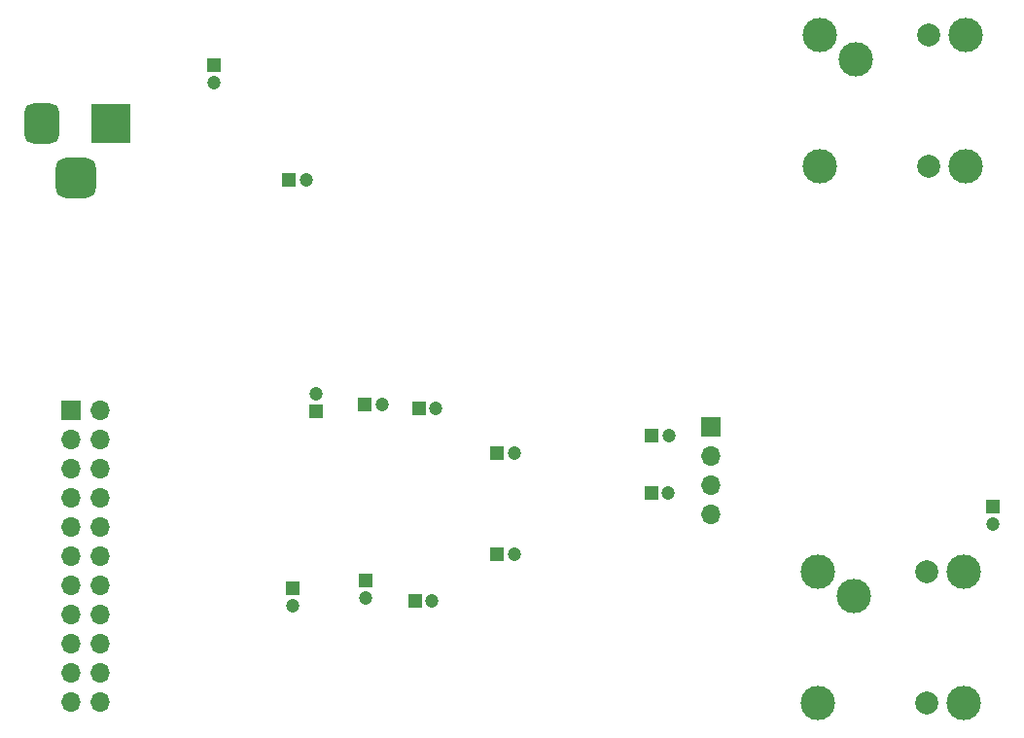
<source format=gbr>
%TF.GenerationSoftware,KiCad,Pcbnew,8.0.0*%
%TF.CreationDate,2024-10-11T15:30:09+02:00*%
%TF.ProjectId,guitar-effect,67756974-6172-42d6-9566-666563742e6b,rev?*%
%TF.SameCoordinates,Original*%
%TF.FileFunction,Soldermask,Bot*%
%TF.FilePolarity,Negative*%
%FSLAX46Y46*%
G04 Gerber Fmt 4.6, Leading zero omitted, Abs format (unit mm)*
G04 Created by KiCad (PCBNEW 8.0.0) date 2024-10-11 15:30:09*
%MOMM*%
%LPD*%
G01*
G04 APERTURE LIST*
G04 Aperture macros list*
%AMRoundRect*
0 Rectangle with rounded corners*
0 $1 Rounding radius*
0 $2 $3 $4 $5 $6 $7 $8 $9 X,Y pos of 4 corners*
0 Add a 4 corners polygon primitive as box body*
4,1,4,$2,$3,$4,$5,$6,$7,$8,$9,$2,$3,0*
0 Add four circle primitives for the rounded corners*
1,1,$1+$1,$2,$3*
1,1,$1+$1,$4,$5*
1,1,$1+$1,$6,$7*
1,1,$1+$1,$8,$9*
0 Add four rect primitives between the rounded corners*
20,1,$1+$1,$2,$3,$4,$5,0*
20,1,$1+$1,$4,$5,$6,$7,0*
20,1,$1+$1,$6,$7,$8,$9,0*
20,1,$1+$1,$8,$9,$2,$3,0*%
G04 Aperture macros list end*
%ADD10R,1.700000X1.700000*%
%ADD11O,1.700000X1.700000*%
%ADD12R,1.200000X1.200000*%
%ADD13C,1.200000*%
%ADD14R,3.500000X3.500000*%
%ADD15RoundRect,0.750000X-0.750000X-1.000000X0.750000X-1.000000X0.750000X1.000000X-0.750000X1.000000X0*%
%ADD16RoundRect,0.875000X-0.875000X-0.875000X0.875000X-0.875000X0.875000X0.875000X-0.875000X0.875000X0*%
%ADD17C,3.000000*%
%ADD18C,2.000000*%
G04 APERTURE END LIST*
D10*
%TO.C,J2*%
X129540000Y-100076000D03*
D11*
X132080000Y-100076000D03*
X129540000Y-102616000D03*
X132080000Y-102616000D03*
X129540000Y-105156000D03*
X132080000Y-105156000D03*
X129540000Y-107696000D03*
X132080000Y-107696000D03*
X129540000Y-110236000D03*
X132080000Y-110236000D03*
X129540000Y-112776000D03*
X132080000Y-112776000D03*
X129540000Y-115316000D03*
X132080000Y-115316000D03*
X129540000Y-117856000D03*
X132080000Y-117856000D03*
X129540000Y-120396000D03*
X132080000Y-120396000D03*
X129540000Y-122936000D03*
X132080000Y-122936000D03*
X129540000Y-125476000D03*
X132080000Y-125476000D03*
%TD*%
D12*
%TO.C,C_Polarized1*%
X159461000Y-116679000D03*
D13*
X160961000Y-116679000D03*
%TD*%
D14*
%TO.C,J1*%
X132971900Y-75128600D03*
D15*
X126971900Y-75128600D03*
D16*
X129971900Y-79828600D03*
%TD*%
D12*
%TO.C,C_Polarized11*%
X180050000Y-107275000D03*
D13*
X181550000Y-107275000D03*
%TD*%
D12*
%TO.C,C_Polarized10*%
X180100000Y-102300000D03*
D13*
X181600000Y-102300000D03*
%TD*%
D12*
%TO.C,C_Polarized6*%
X155091000Y-99568000D03*
D13*
X156591000Y-99568000D03*
%TD*%
D12*
%TO.C,C_Polarized5*%
X166648000Y-103800000D03*
D13*
X168148000Y-103800000D03*
%TD*%
D17*
%TO.C,J5*%
X197862000Y-69497000D03*
D18*
X204212000Y-67367000D03*
X204212000Y-78797000D03*
D17*
X207412000Y-67367000D03*
X207412000Y-78797000D03*
X194712000Y-67367000D03*
X194712000Y-78797000D03*
%TD*%
D12*
%TO.C,C_Polarized2*%
X159811000Y-99949000D03*
D13*
X161311000Y-99949000D03*
%TD*%
D12*
%TO.C,C_Polarized13*%
X209788599Y-108497399D03*
D13*
X209788599Y-109997399D03*
%TD*%
D12*
%TO.C,C_Polarized8*%
X150876000Y-100179000D03*
D13*
X150876000Y-98679000D03*
%TD*%
D12*
%TO.C,C_Polarized12*%
X148844000Y-115609400D03*
D13*
X148844000Y-117109400D03*
%TD*%
D12*
%TO.C,C_Polarized4*%
X148502401Y-80010000D03*
D13*
X150002401Y-80010000D03*
%TD*%
D12*
%TO.C,C_Polarized9*%
X166600000Y-112600000D03*
D13*
X168100000Y-112600000D03*
%TD*%
D10*
%TO.C,J3*%
X185250000Y-101510000D03*
D11*
X185250000Y-104050000D03*
X185250000Y-106590000D03*
X185250000Y-109130000D03*
%TD*%
D12*
%TO.C,C_Polarized7*%
X155194000Y-114929000D03*
D13*
X155194000Y-116429000D03*
%TD*%
D12*
%TO.C,C_Polarized3*%
X142014800Y-70064600D03*
D13*
X142014800Y-71564600D03*
%TD*%
D17*
%TO.C,J4*%
X197709600Y-116283800D03*
D18*
X204059600Y-114153800D03*
X204059600Y-125583800D03*
D17*
X207259600Y-114153800D03*
X207259600Y-125583800D03*
X194559600Y-114153800D03*
X194559600Y-125583800D03*
%TD*%
M02*

</source>
